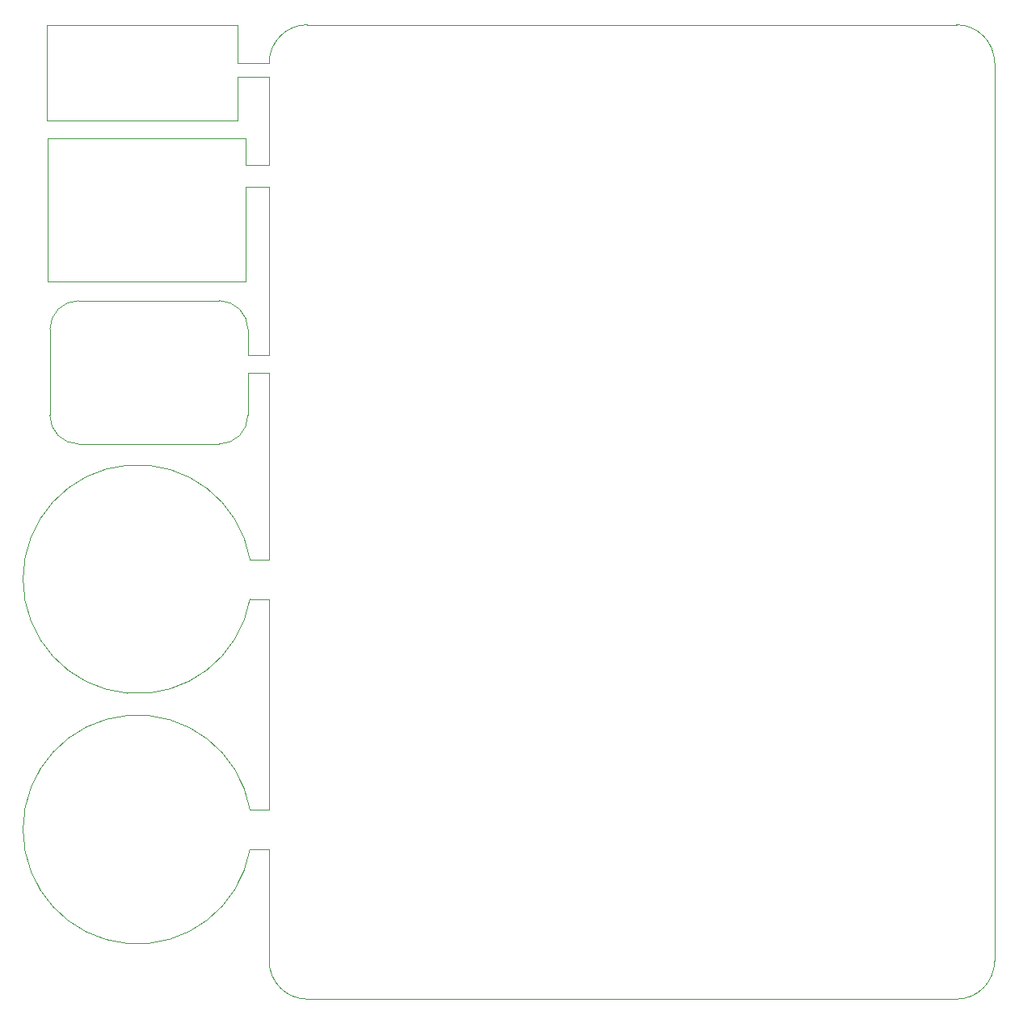
<source format=gbr>
%TF.GenerationSoftware,KiCad,Pcbnew,8.0.3*%
%TF.CreationDate,2024-09-09T17:16:03+03:00*%
%TF.ProjectId,JLC8,4a4c4338-2e6b-4696-9361-645f70636258,rev?*%
%TF.SameCoordinates,Original*%
%TF.FileFunction,Profile,NP*%
%FSLAX46Y46*%
G04 Gerber Fmt 4.6, Leading zero omitted, Abs format (unit mm)*
G04 Created by KiCad (PCBNEW 8.0.3) date 2024-09-09 17:16:03*
%MOMM*%
%LPD*%
G01*
G04 APERTURE LIST*
%TA.AperFunction,Profile*%
%ADD10C,0.100000*%
%TD*%
G04 APERTURE END LIST*
D10*
X104776050Y-78357179D02*
X119526050Y-78357179D01*
X124756050Y-109582179D02*
X124756050Y-131632179D01*
X200756050Y-147467179D02*
G75*
G02*
X196756050Y-151467250I-4000050J-21D01*
G01*
X196756050Y-151467179D02*
X128756050Y-151467179D01*
X101527370Y-61338499D02*
X101527370Y-76338499D01*
X101776050Y-90357179D02*
X101776050Y-81357179D01*
X122526050Y-90357179D02*
G75*
G02*
X119526050Y-93357250I-3000050J-21D01*
G01*
X122281050Y-64132179D02*
X124756050Y-64132179D01*
X122741754Y-109596320D02*
X124756050Y-109582179D01*
X122277370Y-61338499D02*
X101527370Y-61338499D01*
X101776050Y-81357179D02*
G75*
G02*
X104776050Y-78357150I3000050J-21D01*
G01*
X124756050Y-66407179D02*
X122281050Y-66407179D01*
X121456050Y-59457179D02*
X101456050Y-59457179D01*
X122531050Y-85932179D02*
X122526050Y-90357179D01*
X124756050Y-84032179D02*
X122531050Y-84032179D01*
X121450000Y-49500000D02*
X101450000Y-49500000D01*
X104776050Y-93357179D02*
G75*
G02*
X101776121Y-90357179I50J2999979D01*
G01*
X200756050Y-53467179D02*
X200756050Y-147467179D01*
X122741754Y-109596320D02*
G75*
G02*
X122744249Y-105432179I-11797504J2089140D01*
G01*
X122744249Y-105432179D02*
X124756050Y-105432179D01*
X124756050Y-53467179D02*
X121456050Y-53457179D01*
X196756050Y-49467179D02*
G75*
G02*
X200756021Y-53467179I-50J-4000021D01*
G01*
X124756050Y-85932179D02*
X124756050Y-105432179D01*
X124756050Y-54957179D02*
X121456050Y-54957179D01*
X101450000Y-49500000D02*
X101456050Y-59457179D01*
X124756050Y-54957179D02*
X124756050Y-64132179D01*
X122281050Y-66407179D02*
X122277370Y-76338499D01*
X122741754Y-135796319D02*
G75*
G02*
X122744249Y-131632178I-11797504J2089139D01*
G01*
X121456050Y-54957179D02*
X121456050Y-59457179D01*
X128756050Y-49467179D02*
X196756050Y-49467179D01*
X119526050Y-93357179D02*
X104776050Y-93357179D01*
X124756050Y-85932179D02*
X122531050Y-85932179D01*
X121456050Y-53457179D02*
X121450000Y-49500000D01*
X122277370Y-76338499D02*
X101527370Y-76338499D01*
X124756050Y-53467179D02*
G75*
G02*
X128756050Y-49467150I4000050J-21D01*
G01*
X119526050Y-78357179D02*
G75*
G02*
X122526021Y-81357179I-50J-3000021D01*
G01*
X122744249Y-131632178D02*
X124756050Y-131632179D01*
X124756050Y-66407179D02*
X124756050Y-84032179D01*
X128756050Y-151467179D02*
G75*
G02*
X124756121Y-147467179I50J3999979D01*
G01*
X122741754Y-135796319D02*
X124756050Y-135782179D01*
X122277370Y-61338499D02*
X122281050Y-64132179D01*
X124756050Y-135782179D02*
X124756050Y-147467179D01*
X122531050Y-84032179D02*
X122526050Y-81357179D01*
M02*

</source>
